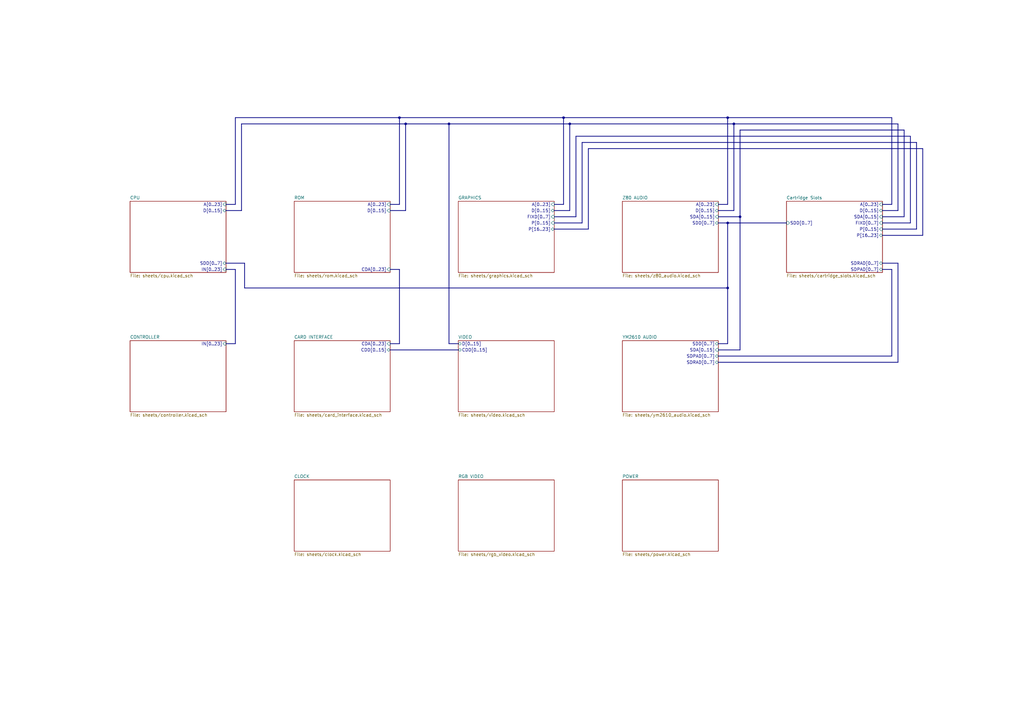
<source format=kicad_sch>
(kicad_sch (version 20211123) (generator eeschema)
  (paper "A3")
  (lib_symbols)
  (junction (at 166.37 50.8))
  (junction (at 300.99 50.8))
  (junction (at 298.45 118.11))
  (junction (at 233.68 50.8))
  (junction (at 298.45 48.26))
  (junction (at 298.45 91.44))
  (junction (at 303.53 88.9))
  (junction (at 184.15 50.8))
  (junction (at 163.83 48.26))
  (junction (at 231.14 48.26))
  (bus (pts (xy 241.3 93.98) (xy 227.33 93.98)))
  (bus (pts (xy 163.83 48.26) (xy 163.83 83.82)))
  (bus (pts (xy 184.15 140.97) (xy 184.15 50.8)))
  (bus (pts (xy 163.83 110.49) (xy 163.83 140.97)))
  (bus (pts (xy 294.64 91.44) (xy 298.45 91.44)))
  (bus (pts (xy 227.33 91.44) (xy 238.76 91.44)))
  (bus (pts (xy 96.52 83.82) (xy 96.52 48.26)))
  (bus (pts (xy 373.38 91.44) (xy 373.38 55.88)))
  (bus (pts (xy 365.76 48.26) (xy 365.76 83.82)))
  (bus (pts (xy 227.33 88.9) (xy 236.22 88.9)))
  (bus (pts (xy 298.45 48.26) (xy 365.76 48.26)))
  (bus (pts (xy 378.46 96.52) (xy 378.46 60.96)))
  (bus (pts (xy 166.37 50.8) (xy 166.37 86.36)))
  (bus (pts (xy 238.76 58.42) (xy 375.92 58.42)))
  (bus (pts (xy 294.64 83.82) (xy 298.45 83.82)))
  (bus (pts (xy 163.83 140.97) (xy 160.02 140.97)))
  (bus (pts (xy 361.95 86.36) (xy 368.3 86.36)))
  (bus (pts (xy 227.33 86.36) (xy 233.68 86.36)))
  (bus (pts (xy 166.37 50.8) (xy 184.15 50.8)))
  (bus (pts (xy 238.76 91.44) (xy 238.76 58.42)))
  (bus (pts (xy 187.96 140.97) (xy 184.15 140.97)))
  (bus (pts (xy 100.33 118.11) (xy 298.45 118.11)))
  (bus (pts (xy 368.3 148.59) (xy 294.64 148.59)))
  (bus (pts (xy 375.92 93.98) (xy 361.95 93.98)))
  (bus (pts (xy 370.84 53.34) (xy 370.84 88.9)))
  (bus (pts (xy 96.52 48.26) (xy 163.83 48.26)))
  (bus (pts (xy 298.45 91.44) (xy 298.45 118.11)))
  (bus (pts (xy 96.52 140.97) (xy 92.71 140.97)))
  (bus (pts (xy 160.02 143.51) (xy 187.96 143.51)))
  (bus (pts (xy 166.37 50.8) (xy 99.06 50.8)))
  (bus (pts (xy 294.64 143.51) (xy 303.53 143.51)))
  (bus (pts (xy 298.45 48.26) (xy 298.45 83.82)))
  (bus (pts (xy 298.45 118.11) (xy 298.45 140.97)))
  (bus (pts (xy 365.76 83.82) (xy 361.95 83.82)))
  (bus (pts (xy 303.53 143.51) (xy 303.53 88.9)))
  (bus (pts (xy 368.3 107.95) (xy 368.3 148.59)))
  (bus (pts (xy 233.68 50.8) (xy 233.68 86.36)))
  (bus (pts (xy 231.14 48.26) (xy 298.45 48.26)))
  (bus (pts (xy 298.45 140.97) (xy 294.64 140.97)))
  (bus (pts (xy 227.33 83.82) (xy 231.14 83.82)))
  (bus (pts (xy 300.99 50.8) (xy 300.99 86.36)))
  (bus (pts (xy 370.84 88.9) (xy 361.95 88.9)))
  (bus (pts (xy 160.02 83.82) (xy 163.83 83.82)))
  (bus (pts (xy 92.71 107.95) (xy 100.33 107.95)))
  (bus (pts (xy 184.15 50.8) (xy 233.68 50.8)))
  (bus (pts (xy 241.3 60.96) (xy 241.3 93.98)))
  (bus (pts (xy 361.95 107.95) (xy 368.3 107.95)))
  (bus (pts (xy 294.64 146.05) (xy 365.76 146.05)))
  (bus (pts (xy 368.3 86.36) (xy 368.3 50.8)))
  (bus (pts (xy 160.02 110.49) (xy 163.83 110.49)))
  (bus (pts (xy 100.33 107.95) (xy 100.33 118.11)))
  (bus (pts (xy 236.22 55.88) (xy 236.22 88.9)))
  (bus (pts (xy 294.64 88.9) (xy 303.53 88.9)))
  (bus (pts (xy 92.71 83.82) (xy 96.52 83.82)))
  (bus (pts (xy 303.53 88.9) (xy 303.53 53.34)))
  (bus (pts (xy 163.83 48.26) (xy 231.14 48.26)))
  (bus (pts (xy 99.06 50.8) (xy 99.06 86.36)))
  (bus (pts (xy 375.92 58.42) (xy 375.92 93.98)))
  (bus (pts (xy 361.95 96.52) (xy 378.46 96.52)))
  (bus (pts (xy 231.14 48.26) (xy 231.14 83.82)))
  (bus (pts (xy 365.76 146.05) (xy 365.76 110.49)))
  (bus (pts (xy 365.76 110.49) (xy 361.95 110.49)))
  (bus (pts (xy 361.95 91.44) (xy 373.38 91.44)))
  (bus (pts (xy 160.02 86.36) (xy 166.37 86.36)))
  (bus (pts (xy 298.45 91.44) (xy 322.58 91.44)))
  (bus (pts (xy 294.64 86.36) (xy 300.99 86.36)))
  (bus (pts (xy 378.46 60.96) (xy 241.3 60.96)))
  (bus (pts (xy 373.38 55.88) (xy 236.22 55.88)))
  (bus (pts (xy 92.71 86.36) (xy 99.06 86.36)))
  (bus (pts (xy 233.68 50.8) (xy 300.99 50.8)))
  (bus (pts (xy 303.53 53.34) (xy 370.84 53.34)))
  (bus (pts (xy 96.52 110.49) (xy 96.52 140.97)))
  (bus (pts (xy 300.99 50.8) (xy 368.3 50.8)))
  (bus (pts (xy 92.71 110.49) (xy 96.52 110.49)))
  (sheet (at 187.96 139.7) (size 39.37 29.21) (stroke (width 0.1524))
    (property "Sheet name" "VIDEO" (at 187.96 138.9884 0) (effects (justify left bottom)))
    (property "Sheet file" "sheets/video.kicad_sch" (at 187.96 169.4946 0) (effects (justify left top)))
    (pin "CDD[0..15]" bidirectional (at 187.96 143.51 180))
    (pin "D[0..15]" bidirectional (at 187.96 140.97 180))
  )
  (sheet (at 120.65 196.85) (size 39.37 29.21) (stroke (width 0.1524))
    (property "Sheet name" "CLOCK" (at 120.65 196.1384 0) (effects (justify left bottom)))
    (property "Sheet file" "sheets/clock.kicad_sch" (at 120.65 226.6446 0) (effects (justify left top)))
  )
  (sheet (at 255.27 196.85) (size 39.37 29.21) (stroke (width 0.1524))
    (property "Sheet name" "POWER" (at 255.27 196.1384 0) (effects (justify left bottom)))
    (property "Sheet file" "sheets/power.kicad_sch" (at 255.27 226.6446 0) (effects (justify left top)))
  )
  (sheet (at 255.27 82.55) (size 39.37 29.21) (stroke (width 0.1524))
    (property "Sheet name" "Z80 AUDIO" (at 255.27 81.8384 0) (effects (justify left bottom)))
    (property "Sheet file" "sheets/z80_audio.kicad_sch" (at 255.27 112.3446 0) (effects (justify left top)))
    (pin "A[0..23]" input (at 294.64 83.82 0))
    (pin "D[0..15]" bidirectional (at 294.64 86.36 0))
    (pin "SDA[0..15]" input (at 294.64 88.9 0))
    (pin "SDD[0..7]" bidirectional (at 294.64 91.44 0))
  )
  (sheet (at 120.65 82.55) (size 39.37 29.21) (stroke (width 0.1524))
    (property "Sheet name" "ROM" (at 120.65 81.8384 0) (effects (justify left bottom)))
    (property "Sheet file" "sheets/rom.kicad_sch" (at 120.65 112.3446 0) (effects (justify left top)))
    (pin "A[0..23]" input (at 160.02 83.82 0))
    (pin "D[0..15]" input (at 160.02 86.36 0))
    (pin "CDA[0..23]" input (at 160.02 110.49 0))
  )
  (sheet (at 187.96 196.85) (size 39.37 29.21) (stroke (width 0.1524))
    (property "Sheet name" "RGB VIDEO" (at 187.96 196.1384 0) (effects (justify left bottom)))
    (property "Sheet file" "sheets/rgb_video.kicad_sch" (at 187.96 226.6446 0) (effects (justify left top)))
  )
  (sheet (at 53.34 139.7) (size 39.37 29.21) (stroke (width 0.1524))
    (property "Sheet name" "CONTROLLER" (at 53.34 138.9884 0) (effects (justify left bottom)))
    (property "Sheet file" "sheets/controller.kicad_sch" (at 53.34 169.4946 0) (effects (justify left top)))
    (pin "IN[0..23]" input (at 92.71 140.97 0))
  )
  (sheet (at 187.96 82.55) (size 39.37 29.21) (stroke (width 0.1524))
    (property "Sheet name" "GRAPHICS" (at 187.96 81.8384 0) (effects (justify left bottom)))
    (property "Sheet file" "sheets/graphics.kicad_sch" (at 187.96 112.3446 0) (effects (justify left top)))
    (pin "A[0..23]" input (at 227.33 83.82 0))
    (pin "D[0..15]" bidirectional (at 227.33 86.36 0))
    (pin "FIXD[0..7]" input (at 227.33 88.9 0))
    (pin "P[0..15]" input (at 227.33 91.44 0))
    (pin "P[16..23]" bidirectional (at 227.33 93.98 0))
  )
  (sheet (at 53.34 82.55) (size 39.37 29.21) (stroke (width 0.1524))
    (property "Sheet name" "CPU" (at 53.34 81.8384 0) (effects (justify left bottom)))
    (property "Sheet file" "sheets/cpu.kicad_sch" (at 53.34 112.3446 0) (effects (justify left top)))
    (pin "IN[0..23]" input (at 92.71 110.49 0))
    (pin "A[0..23]" input (at 92.71 83.82 0))
    (pin "D[0..15]" bidirectional (at 92.71 86.36 0))
    (pin "SDD[0..7]" bidirectional (at 92.71 107.95 0))
  )
  (sheet (at 255.27 139.7) (size 39.37 29.21) (stroke (width 0.1524))
    (property "Sheet name" "YM2610 AUDIO" (at 255.27 138.9884 0) (effects (justify left bottom)))
    (property "Sheet file" "sheets/ym2610_audio.kicad_sch" (at 255.27 169.4946 0) (effects (justify left top)))
    (pin "SDRAD[0..7]" bidirectional (at 294.64 148.59 0))
    (pin "SDPAD[0..7]" bidirectional (at 294.64 146.05 0))
    (pin "SDA[0..15]" input (at 294.64 143.51 0))
    (pin "SDD[0..7]" bidirectional (at 294.64 140.97 0))
  )
  (sheet (at 322.58 82.55) (size 39.37 29.21) (stroke (width 0.1524))
    (property "Sheet name" "Cartridge Slots" (at 322.58 81.8384 0) (effects (justify left bottom)))
    (property "Sheet file" "sheets/cartridge_slots.kicad_sch" (at 322.58 112.3446 0) (effects (justify left top)))
    (pin "A[0..23]" input (at 361.95 83.82 0))
    (pin "D[0..15]" tri_state (at 361.95 86.36 0))
    (pin "P[16..23]" tri_state (at 361.95 96.52 0))
    (pin "P[0..15]" input (at 361.95 93.98 0))
    (pin "SDA[0..15]" input (at 361.95 88.9 0))
    (pin "FIXD[0..7]" input (at 361.95 91.44 0))
    (pin "SDRAD[0..7]" tri_state (at 361.95 107.95 0))
    (pin "SDPAD[0..7]" tri_state (at 361.95 110.49 0))
    (pin "SDD[0..7]" input (at 322.58 91.44 180))
  )
  (sheet (at 120.65 139.7) (size 39.37 29.21) (stroke (width 0.1524))
    (property "Sheet name" "CARD INTERFACE" (at 120.65 138.9884 0) (effects (justify left bottom)))
    (property "Sheet file" "sheets/card_interface.kicad_sch" (at 120.65 169.4946 0) (effects (justify left top)))
    (pin "CDA[0..23]" input (at 160.02 140.97 0))
    (pin "CDD[0..15]" bidirectional (at 160.02 143.51 0))
  )
)
</source>
